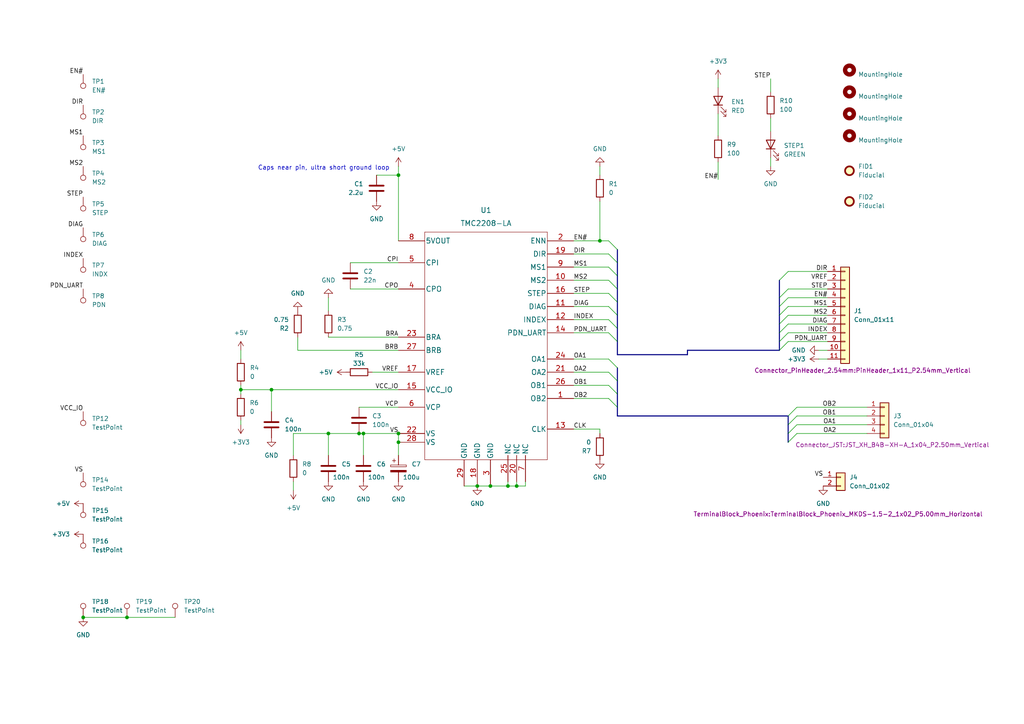
<source format=kicad_sch>
(kicad_sch (version 20231120) (generator "eeschema") (generator_version "8.0")
  (paper "A4")
  (lib_symbols
    (symbol "Connector:TestPoint" (pin_numbers hide) (pin_names (offset 0.762) hide)
      (property "Reference" "TP" (at 0 6.858 0))
      (property "Value" "TestPoint" (at 0 5.08 0))
      (symbol "TestPoint_0_1"
        (circle (center 0 3.302) (radius 0.762))
      )
      (symbol "TestPoint_1_1"
        (pin passive line (at 0 0 90) (length 2.54) (name "1") (number "1"))
      )
    )
    (symbol "Connector_Generic:Conn_01x02" (pin_names (offset 1.016) hide)
      (property "Reference" "J" (at 0 2.54 0))
      (property "Value" "Conn_01x02" (at 0 -5.08 0))
      (symbol "Conn_01x02_1_1"
        (rectangle (start -1.27 -2.413) (end 0 -2.667) (stroke (width 0.1524)))
        (rectangle (start -1.27 0.127) (end 0 -0.127) (stroke (width 0.1524)))
        (rectangle (start -1.27 1.27) (end 1.27 -3.81) (stroke (width 0.254)) (fill (type background)))
        (pin passive line (at -5.08 0 0) (length 3.81) (name "Pin_1") (number "1"))
        (pin passive line (at -5.08 -2.54 0) (length 3.81) (name "Pin_2") (number "2"))
      )
    )
    (symbol "Connector_Generic:Conn_01x04" (pin_names (offset 1.016) hide)
      (property "Reference" "J" (at 0 5.08 0))
      (property "Value" "Conn_01x04" (at 0 -7.62 0))
      (symbol "Conn_01x04_1_1"
        (rectangle (start -1.27 -4.953) (end 0 -5.207) (stroke (width 0.1524)))
        (rectangle (start -1.27 -2.413) (end 0 -2.667) (stroke (width 0.1524)))
        (rectangle (start -1.27 0.127) (end 0 -0.127) (stroke (width 0.1524)))
        (rectangle (start -1.27 2.667) (end 0 2.413) (stroke (width 0.1524)))
        (rectangle (start -1.27 3.81) (end 1.27 -6.35) (stroke (width 0.254)) (fill (type background)))
        (pin passive line (at -5.08 2.54 0) (length 3.81) (name "Pin_1") (number "1"))
        (pin passive line (at -5.08 0 0) (length 3.81) (name "Pin_2") (number "2"))
        (pin passive line (at -5.08 -2.54 0) (length 3.81) (name "Pin_3") (number "3"))
        (pin passive line (at -5.08 -5.08 0) (length 3.81) (name "Pin_4") (number "4"))
      )
    )
    (symbol "Connector_Generic:Conn_01x11" (pin_names (offset 1.016) hide)
      (property "Reference" "J" (at 0 15.24 0))
      (property "Value" "Conn_01x11" (at 0 -15.24 0))
      (symbol "Conn_01x11_1_1"
        (rectangle (start -1.27 -12.573) (end 0 -12.827) (stroke (width 0.1524)))
        (rectangle (start -1.27 -10.033) (end 0 -10.287) (stroke (width 0.1524)))
        (rectangle (start -1.27 -7.493) (end 0 -7.747) (stroke (width 0.1524)))
        (rectangle (start -1.27 -4.953) (end 0 -5.207) (stroke (width 0.1524)))
        (rectangle (start -1.27 -2.413) (end 0 -2.667) (stroke (width 0.1524)))
        (rectangle (start -1.27 0.127) (end 0 -0.127) (stroke (width 0.1524)))
        (rectangle (start -1.27 2.667) (end 0 2.413) (stroke (width 0.1524)))
        (rectangle (start -1.27 5.207) (end 0 4.953) (stroke (width 0.1524)))
        (rectangle (start -1.27 7.747) (end 0 7.493) (stroke (width 0.1524)))
        (rectangle (start -1.27 10.287) (end 0 10.033) (stroke (width 0.1524)))
        (rectangle (start -1.27 12.827) (end 0 12.573) (stroke (width 0.1524)))
        (rectangle (start -1.27 13.97) (end 1.27 -13.97) (stroke (width 0.254)) (fill (type background)))
        (pin passive line (at -5.08 12.7 0) (length 3.81) (name "Pin_1") (number "1"))
        (pin passive line (at -5.08 -10.16 0) (length 3.81) (name "Pin_10") (number "10"))
        (pin passive line (at -5.08 -12.7 0) (length 3.81) (name "Pin_11") (number "11"))
        (pin passive line (at -5.08 10.16 0) (length 3.81) (name "Pin_2") (number "2"))
        (pin passive line (at -5.08 7.62 0) (length 3.81) (name "Pin_3") (number "3"))
        (pin passive line (at -5.08 5.08 0) (length 3.81) (name "Pin_4") (number "4"))
        (pin passive line (at -5.08 2.54 0) (length 3.81) (name "Pin_5") (number "5"))
        (pin passive line (at -5.08 0 0) (length 3.81) (name "Pin_6") (number "6"))
        (pin passive line (at -5.08 -2.54 0) (length 3.81) (name "Pin_7") (number "7"))
        (pin passive line (at -5.08 -5.08 0) (length 3.81) (name "Pin_8") (number "8"))
        (pin passive line (at -5.08 -7.62 0) (length 3.81) (name "Pin_9") (number "9"))
      )
    )
    (symbol "Device:C" (pin_numbers hide) (pin_names (offset 0.254))
      (property "Reference" "C" (at 0.635 2.54 0))
      (property "Value" "C" (at 0.635 -2.54 0))
      (symbol "C_0_1"
        (polyline (pts (xy -2.032 -0.762) (xy 2.032 -0.762)) (stroke (width 0.508)))
        (polyline (pts (xy -2.032 0.762) (xy 2.032 0.762)) (stroke (width 0.508)))
      )
      (symbol "C_1_1"
        (pin passive line (at 0 3.81 270) (length 2.794) (name "~") (number "1"))
        (pin passive line (at 0 -3.81 90) (length 2.794) (name "~") (number "2"))
      )
    )
    (symbol "Device:C_Polarized" (pin_numbers hide) (pin_names (offset 0.254))
      (property "Reference" "C" (at 0.635 2.54 0))
      (property "Value" "C_Polarized" (at 0.635 -2.54 0))
      (symbol "C_Polarized_0_1"
        (rectangle (start -2.286 0.508) (end 2.286 1.016))
        (polyline (pts (xy -1.778 2.286) (xy -0.762 2.286)))
        (polyline (pts (xy -1.27 2.794) (xy -1.27 1.778)))
        (rectangle (start 2.286 -0.508) (end -2.286 -1.016) (fill (type outline)))
      )
      (symbol "C_Polarized_1_1"
        (pin passive line (at 0 3.81 270) (length 2.794) (name "~") (number "1"))
        (pin passive line (at 0 -3.81 90) (length 2.794) (name "~") (number "2"))
      )
    )
    (symbol "Device:LED" (pin_numbers hide) (pin_names (offset 1.016) hide)
      (property "Reference" "D" (at 0 2.54 0))
      (property "Value" "LED" (at 0 -2.54 0))
      (symbol "LED_0_1"
        (polyline (pts (xy -1.27 -1.27) (xy -1.27 1.27)) (stroke (width 0.254)))
        (polyline (pts (xy -1.27 0) (xy 1.27 0)))
        (polyline (pts (xy 1.27 -1.27) (xy 1.27 1.27) (xy -1.27 0) (xy 1.27 -1.27)) (stroke (width 0.254)))
        (polyline (pts (xy -3.048 -0.762) (xy -4.572 -2.286) (xy -3.81 -2.286) (xy -4.572 -2.286) (xy -4.572 -1.524)))
        (polyline (pts (xy -1.778 -0.762) (xy -3.302 -2.286) (xy -2.54 -2.286) (xy -3.302 -2.286) (xy -3.302 -1.524)))
      )
      (symbol "LED_1_1"
        (pin passive line (at -3.81 0 0) (length 2.54) (name "K") (number "1"))
        (pin passive line (at 3.81 0 180) (length 2.54) (name "A") (number "2"))
      )
    )
    (symbol "Device:R" (pin_numbers hide) (pin_names (offset 0))
      (property "Reference" "R" (at 2.032 0 90))
      (property "Value" "R" (at 0 0 90))
      (symbol "R_0_1"
        (rectangle (start -1.016 -2.54) (end 1.016 2.54) (stroke (width 0.254)))
      )
      (symbol "R_1_1"
        (pin passive line (at 0 3.81 270) (length 1.27) (name "~") (number "1"))
        (pin passive line (at 0 -3.81 90) (length 1.27) (name "~") (number "2"))
      )
    )
    (symbol "Mechanical:Fiducial"
      (property "Reference" "FID" (at 0 5.08 0))
      (property "Value" "Fiducial" (at 0 3.175 0))
      (symbol "Fiducial_0_1"
        (circle (center 0 0) (radius 1.27) (stroke (width 0.508)) (fill (type background)))
      )
    )
    (symbol "Mechanical:MountingHole" (pin_names (offset 1.016))
      (property "Reference" "H" (at 0 5.08 0))
      (property "Value" "MountingHole" (at 0 3.175 0))
      (symbol "MountingHole_0_1"
        (circle (center 0 0) (radius 1.27) (stroke (width 1.27)))
      )
    )
    (symbol "power:+3.3V" (power) (pin_names (offset 0))
      (property "Value" "+3.3V" (at 0 3.556 0))
      (symbol "+3.3V_0_1"
        (polyline (pts (xy -0.762 1.27) (xy 0 2.54)))
        (polyline (pts (xy 0 0) (xy 0 2.54)))
        (polyline (pts (xy 0 2.54) (xy 0.762 1.27)))
      )
      (symbol "+3.3V_1_1"
        (pin power_in line (at 0 0 90) (length 0) hide (name "+3V3") (number "1"))
      )
    )
    (symbol "power:+3V3" (power) (pin_names (offset 0))
      (property "Value" "+3V3" (at 0 3.556 0))
      (symbol "+3V3_0_1"
        (polyline (pts (xy -0.762 1.27) (xy 0 2.54)))
        (polyline (pts (xy 0 0) (xy 0 2.54)))
        (polyline (pts (xy 0 2.54) (xy 0.762 1.27)))
      )
      (symbol "+3V3_1_1"
        (pin power_in line (at 0 0 90) (length 0) hide (name "+3V3") (number "1"))
      )
    )
    (symbol "power:+5V" (power) (pin_names (offset 0))
      (property "Value" "+5V" (at 0 3.556 0))
      (symbol "+5V_0_1"
        (polyline (pts (xy -0.762 1.27) (xy 0 2.54)))
        (polyline (pts (xy 0 0) (xy 0 2.54)))
        (polyline (pts (xy 0 2.54) (xy 0.762 1.27)))
      )
      (symbol "+5V_1_1"
        (pin power_in line (at 0 0 90) (length 0) hide (name "+5V") (number "1"))
      )
    )
    (symbol "power:GND" (power) (pin_names (offset 0))
      (property "Value" "GND" (at 0 -3.81 0))
      (symbol "GND_0_1"
        (polyline (pts (xy 0 0) (xy 0 -1.27) (xy 1.27 -1.27) (xy 0 -2.54) (xy -1.27 -1.27) (xy 0 -1.27)))
      )
      (symbol "GND_1_1"
        (pin power_in line (at 0 0 270) (length 0) hide (name "GND") (number "1"))
      )
    )
    (symbol "tmc2208-la:TMC2208-LA" (pin_names (offset 0.254))
      (property "Reference" "U" (at 25.4 10.16 0))
      (property "Value" "TMC2208-LA" (at 25.4 7.62 0))
      (symbol "TMC2208-LA_1_1"
        (polyline (pts (xy 7.62 -60.96) (xy 43.18 -60.96)) (stroke (width 0.127)))
        (polyline (pts (xy 7.62 5.08) (xy 7.62 -60.96)) (stroke (width 0.127)))
        (polyline (pts (xy 43.18 -60.96) (xy 43.18 5.08)) (stroke (width 0.127)))
        (polyline (pts (xy 43.18 5.08) (xy 7.62 5.08)) (stroke (width 0.127)))
        (pin output line (at 50.8 -43.18 180) (length 7.62) (name "OB2") (number "1"))
        (pin input line (at 50.8 -8.89 180) (length 7.62) (name "MS2") (number "10"))
        (pin output line (at 50.8 -16.51 180) (length 7.62) (name "DIAG") (number "11"))
        (pin output line (at 50.8 -20.32 180) (length 7.62) (name "INDEX") (number "12"))
        (pin input line (at 50.8 -52.07 180) (length 7.62) (name "CLK") (number "13"))
        (pin bidirectional line (at 50.8 -24.13 180) (length 7.62) (name "PDN_UART") (number "14"))
        (pin power_in line (at 0 -40.64 0) (length 7.62) (name "VCC_IO") (number "15"))
        (pin input line (at 50.8 -12.7 180) (length 7.62) (name "STEP") (number "16"))
        (pin input line (at 0 -35.56 0) (length 7.62) (name "VREF") (number "17"))
        (pin power_in line (at 22.86 -68.58 90) (length 7.62) (name "GND") (number "18"))
        (pin input line (at 50.8 -1.27 180) (length 7.62) (name "DIR") (number "19"))
        (pin input line (at 50.8 2.54 180) (length 7.62) (name "ENN") (number "2"))
        (pin power_in line (at 34.29 -67.31 90) (length 7.62) (name "NC") (number "20"))
        (pin output line (at 50.8 -35.56 180) (length 7.62) (name "OA2") (number "21"))
        (pin power_in line (at 0 -53.34 0) (length 7.62) (name "VS") (number "22"))
        (pin unspecified line (at 0 -25.4 0) (length 7.62) (name "BRA") (number "23"))
        (pin output line (at 50.8 -31.75 180) (length 7.62) (name "OA1") (number "24"))
        (pin power_in line (at 31.75 -67.31 90) (length 7.62) (name "NC") (number "25"))
        (pin output line (at 50.8 -39.37 180) (length 7.62) (name "OB1") (number "26"))
        (pin unspecified line (at 0 -29.21 0) (length 7.62) (name "BRB") (number "27"))
        (pin power_in line (at 0 -55.88 0) (length 7.62) (name "VS") (number "28"))
        (pin power_in line (at 19.05 -68.58 90) (length 7.62) (name "GND") (number "29"))
        (pin power_in line (at 26.67 -68.58 90) (length 7.62) (name "GND") (number "3"))
        (pin output line (at 0 -11.43 0) (length 7.62) (name "CPO") (number "4"))
        (pin input line (at 0 -3.81 0) (length 7.62) (name "CPI") (number "5"))
        (pin power_in line (at 0 -45.72 0) (length 7.62) (name "VCP") (number "6"))
        (pin power_in line (at 36.83 -67.31 90) (length 7.62) (name "NC") (number "7"))
        (pin output line (at 0 2.54 0) (length 7.62) (name "5VOUT") (number "8"))
        (pin input line (at 50.8 -5.08 180) (length 7.62) (name "MS1") (number "9"))
      )
    )
  )
  (junction (at 24.13 179.07))
  (junction (at 104.14 125.73))
  (junction (at 115.57 128.27))
  (junction (at 142.24 140.97))
  (junction (at 138.43 140.97))
  (junction (at 36.83 179.07))
  (junction (at 149.86 140.97))
  (junction (at 115.57 125.73))
  (junction (at 115.57 50.8))
  (junction (at 95.25 125.73))
  (junction (at 105.41 125.73))
  (junction (at 173.99 69.85))
  (junction (at 78.74 113.03))
  (junction (at 147.32 140.97))
  (junction (at 69.85 113.03))
  (bus_entry (at 231.14 125.73) (size -2.54 2.54))
  (bus_entry (at 231.14 123.19) (size -2.54 2.54))
  (bus_entry (at 231.14 120.65) (size -2.54 2.54))
  (bus_entry (at 176.53 96.52) (size 2.54 2.54))
  (bus_entry (at 228.6 96.52) (size -2.54 2.54))
  (bus_entry (at 228.6 91.44) (size -2.54 2.54))
  (bus_entry (at 228.6 88.9) (size -2.54 2.54))
  (bus_entry (at 228.6 86.36) (size -2.54 2.54))
  (bus_entry (at 228.6 83.82) (size -2.54 2.54))
  (bus_entry (at 228.6 93.98) (size -2.54 2.54))
  (bus_entry (at 228.6 99.06) (size -2.54 2.54))
  (bus_entry (at 176.53 73.66) (size 2.54 2.54))
  (bus_entry (at 228.6 78.74) (size -2.54 2.54))
  (bus_entry (at 176.53 92.71) (size 2.54 2.54))
  (bus_entry (at 176.53 88.9) (size 2.54 2.54))
  (bus_entry (at 176.53 81.28) (size 2.54 2.54))
  (bus_entry (at 176.53 85.09) (size 2.54 2.54))
  (bus_entry (at 176.53 77.47) (size 2.54 2.54))
  (bus_entry (at 176.53 115.57) (size 2.54 2.54))
  (bus_entry (at 176.53 104.14) (size 2.54 2.54))
  (bus_entry (at 176.53 111.76) (size 2.54 2.54))
  (bus_entry (at 176.53 107.95) (size 2.54 2.54))
  (bus_entry (at 176.53 69.85) (size 2.54 2.54))
  (bus_entry (at 231.14 118.11) (size -2.54 2.54))
  (bus (pts (xy 228.6 123.19) (xy 228.6 125.73)))
  (wire (pts (xy 78.74 113.03) (xy 115.57 113.03)))
  (wire (pts (xy 166.37 104.14) (xy 176.53 104.14)))
  (wire (pts (xy 166.37 77.47) (xy 176.53 77.47)))
  (wire (pts (xy 147.32 140.97) (xy 142.24 140.97)))
  (bus (pts (xy 179.07 114.3) (xy 179.07 118.11)))
  (wire (pts (xy 173.99 48.26) (xy 173.99 50.8)))
  (bus (pts (xy 179.07 80.01) (xy 179.07 83.82)))
  (bus (pts (xy 179.07 102.87) (xy 199.39 102.87)))
  (bus (pts (xy 228.6 125.73) (xy 228.6 128.27)))
  (wire (pts (xy 36.83 179.07) (xy 50.8 179.07)))
  (wire (pts (xy 107.95 107.95) (xy 115.57 107.95)))
  (wire (pts (xy 228.6 91.44) (xy 240.03 91.44)))
  (wire (pts (xy 85.09 142.24) (xy 85.09 139.7)))
  (wire (pts (xy 166.37 69.85) (xy 173.99 69.85)))
  (wire (pts (xy 105.41 125.73) (xy 105.41 132.08)))
  (wire (pts (xy 166.37 88.9) (xy 176.53 88.9)))
  (wire (pts (xy 231.14 118.11) (xy 251.46 118.11)))
  (bus (pts (xy 179.07 110.49) (xy 179.07 114.3)))
  (wire (pts (xy 223.52 22.86) (xy 223.52 26.67)))
  (bus (pts (xy 179.07 76.2) (xy 179.07 80.01)))
  (wire (pts (xy 152.4 139.7) (xy 152.4 140.97)))
  (wire (pts (xy 138.43 140.97) (xy 142.24 140.97)))
  (bus (pts (xy 179.07 91.44) (xy 179.07 95.25)))
  (wire (pts (xy 69.85 101.6) (xy 69.85 104.14)))
  (bus (pts (xy 199.39 101.6) (xy 226.06 101.6)))
  (wire (pts (xy 231.14 125.73) (xy 251.46 125.73)))
  (wire (pts (xy 231.14 120.65) (xy 251.46 120.65)))
  (wire (pts (xy 95.25 86.36) (xy 95.25 90.17)))
  (wire (pts (xy 228.6 83.82) (xy 240.03 83.82)))
  (wire (pts (xy 115.57 50.8) (xy 115.57 69.85)))
  (wire (pts (xy 237.49 104.14) (xy 240.03 104.14)))
  (bus (pts (xy 226.06 99.06) (xy 226.06 101.6)))
  (wire (pts (xy 115.57 48.26) (xy 115.57 50.8)))
  (wire (pts (xy 166.37 73.66) (xy 176.53 73.66)))
  (bus (pts (xy 226.06 81.28) (xy 226.06 86.36)))
  (bus (pts (xy 179.07 99.06) (xy 179.07 102.87)))
  (wire (pts (xy 78.74 113.03) (xy 78.74 119.38)))
  (bus (pts (xy 179.07 83.82) (xy 179.07 87.63)))
  (wire (pts (xy 69.85 111.76) (xy 69.85 113.03)))
  (wire (pts (xy 86.36 101.6) (xy 86.36 97.79)))
  (wire (pts (xy 166.37 85.09) (xy 176.53 85.09)))
  (wire (pts (xy 115.57 76.2) (xy 101.6 76.2)))
  (bus (pts (xy 226.06 86.36) (xy 226.06 88.9)))
  (wire (pts (xy 223.52 45.72) (xy 223.52 48.26)))
  (wire (pts (xy 223.52 34.29) (xy 223.52 38.1)))
  (wire (pts (xy 104.14 125.73) (xy 105.41 125.73)))
  (wire (pts (xy 149.86 140.97) (xy 152.4 140.97)))
  (wire (pts (xy 149.86 139.7) (xy 149.86 140.97)))
  (wire (pts (xy 36.83 179.07) (xy 24.13 179.07)))
  (wire (pts (xy 69.85 114.3) (xy 69.85 113.03)))
  (wire (pts (xy 95.25 125.73) (xy 95.25 132.08)))
  (wire (pts (xy 85.09 125.73) (xy 85.09 132.08)))
  (wire (pts (xy 134.62 140.97) (xy 138.43 140.97)))
  (wire (pts (xy 173.99 69.85) (xy 176.53 69.85)))
  (wire (pts (xy 95.25 125.73) (xy 85.09 125.73)))
  (wire (pts (xy 115.57 125.73) (xy 115.57 128.27)))
  (wire (pts (xy 86.36 101.6) (xy 115.57 101.6)))
  (bus (pts (xy 179.07 87.63) (xy 179.07 91.44)))
  (wire (pts (xy 166.37 96.52) (xy 176.53 96.52)))
  (wire (pts (xy 228.6 86.36) (xy 240.03 86.36)))
  (wire (pts (xy 166.37 111.76) (xy 176.53 111.76)))
  (bus (pts (xy 226.06 91.44) (xy 226.06 93.98)))
  (wire (pts (xy 104.14 118.11) (xy 115.57 118.11)))
  (wire (pts (xy 115.57 50.8) (xy 109.22 50.8)))
  (wire (pts (xy 228.6 99.06) (xy 240.03 99.06)))
  (wire (pts (xy 166.37 115.57) (xy 176.53 115.57)))
  (bus (pts (xy 179.07 118.11) (xy 179.07 120.65)))
  (wire (pts (xy 166.37 81.28) (xy 176.53 81.28)))
  (wire (pts (xy 228.6 93.98) (xy 240.03 93.98)))
  (wire (pts (xy 208.28 46.99) (xy 208.28 52.07)))
  (wire (pts (xy 166.37 107.95) (xy 176.53 107.95)))
  (wire (pts (xy 228.6 78.74) (xy 240.03 78.74)))
  (wire (pts (xy 208.28 33.02) (xy 208.28 39.37)))
  (wire (pts (xy 147.32 139.7) (xy 147.32 140.97)))
  (bus (pts (xy 179.07 95.25) (xy 179.07 99.06)))
  (wire (pts (xy 104.14 125.73) (xy 95.25 125.73)))
  (wire (pts (xy 173.99 58.42) (xy 173.99 69.85)))
  (wire (pts (xy 69.85 113.03) (xy 78.74 113.03)))
  (bus (pts (xy 179.07 106.68) (xy 179.07 110.49)))
  (wire (pts (xy 101.6 83.82) (xy 115.57 83.82)))
  (wire (pts (xy 173.99 124.46) (xy 173.99 125.73)))
  (bus (pts (xy 179.07 72.39) (xy 179.07 76.2)))
  (wire (pts (xy 228.6 96.52) (xy 240.03 96.52)))
  (bus (pts (xy 226.06 96.52) (xy 226.06 99.06)))
  (wire (pts (xy 237.49 101.6) (xy 240.03 101.6)))
  (wire (pts (xy 115.57 128.27) (xy 115.57 132.08)))
  (bus (pts (xy 179.07 120.65) (xy 228.6 120.65)))
  (wire (pts (xy 208.28 22.86) (xy 208.28 25.4)))
  (wire (pts (xy 149.86 140.97) (xy 147.32 140.97)))
  (wire (pts (xy 173.99 124.46) (xy 166.37 124.46)))
  (bus (pts (xy 226.06 93.98) (xy 226.06 96.52)))
  (wire (pts (xy 228.6 88.9) (xy 240.03 88.9)))
  (wire (pts (xy 166.37 92.71) (xy 176.53 92.71)))
  (wire (pts (xy 231.14 123.19) (xy 251.46 123.19)))
  (bus (pts (xy 228.6 120.65) (xy 228.6 123.19)))
  (wire (pts (xy 95.25 97.79) (xy 115.57 97.79)))
  (bus (pts (xy 226.06 88.9) (xy 226.06 91.44)))
  (wire (pts (xy 105.41 125.73) (xy 115.57 125.73)))
  (wire (pts (xy 69.85 121.92) (xy 69.85 123.19)))
  (bus (pts (xy 199.39 101.6) (xy 199.39 102.87)))
  (text "Caps near pin, ultra short ground loop\n" (at 113.03 49.53 0) (effects (font (size 1.27 1.27)) (justify right bottom)))
  (label "MS2" (at 24.13 48.26 180))
  (label "DIR" (at 240.03 78.74 180))
  (label "CLK" (at 166.37 124.46 0))
  (label "INDEX" (at 24.13 74.93 180))
  (label "OB2" (at 242.57 118.11 180))
  (label "OB1" (at 242.57 120.65 180))
  (label "INDEX" (at 240.03 96.52 180))
  (label "VCP" (at 115.57 118.11 180))
  (label "DIR" (at 166.37 73.66 0))
  (label "VCC_IO" (at 24.13 119.38 180))
  (label "OA2" (at 166.37 107.95 0))
  (label "VS" (at 115.57 125.73 180))
  (label "STEP" (at 240.03 83.82 180))
  (label "PDN_UART" (at 166.37 96.52 0))
  (label "MS1" (at 166.37 77.47 0))
  (label "DIR" (at 24.13 30.48 180))
  (label "EN#" (at 166.37 69.85 0))
  (label "STEP" (at 24.13 57.15 180))
  (label "INDEX" (at 166.37 92.71 0))
  (label "PDN_UART" (at 240.03 99.06 180))
  (label "OA1" (at 242.57 123.19 180))
  (label "MS2" (at 166.37 81.28 0))
  (label "STEP" (at 166.37 85.09 0))
  (label "OA2" (at 242.57 125.73 180))
  (label "DIAG" (at 166.37 88.9 0))
  (label "MS2" (at 240.03 91.44 180))
  (label "MS1" (at 24.13 39.37 180))
  (label "BRA" (at 115.57 97.79 180))
  (label "VREF" (at 240.03 81.28 180))
  (label "CPO" (at 115.57 83.82 180))
  (label "BRB" (at 115.57 101.6 180))
  (label "VS" (at 238.76 138.43 180))
  (label "MS1" (at 240.03 88.9 180))
  (label "OA1" (at 166.37 104.14 0))
  (label "EN#" (at 208.28 52.07 180))
  (label "OB1" (at 166.37 111.76 0))
  (label "EN#" (at 24.13 21.59 180))
  (label "OB2" (at 166.37 115.57 0))
  (label "VREF" (at 115.57 107.95 180))
  (label "CPI" (at 115.57 76.2 180))
  (label "VCC_IO" (at 115.57 113.03 180))
  (label "EN#" (at 240.03 86.36 180))
  (label "STEP" (at 223.52 22.86 180))
  (label "DIAG" (at 240.03 93.98 180))
  (label "PDN_UART" (at 24.13 83.82 180))
  (label "DIAG" (at 24.13 66.04 180))
  (label "VS" (at 24.13 137.16 180))
  (symbol (lib_id "Device:R") (at 69.85 118.11 0) (unit 1)
    (property "Reference" "R6" (at 72.39 116.8399 0) (effects (justify left)))
    (property "Value" "0" (at 72.39 119.3799 0) (effects (justify left)))
    (property "Footprint" "Resistor_SMD:R_0603_1608Metric_Pad0.98x0.95mm_HandSolder" (effects (hide yes)))
    (property "LCSC" "C100044" (effects (hide yes)))
  )
  (symbol (lib_id "power:GND") (at 86.36 90.17 180) (unit 1)
    (property "Reference" "#PWR05" (effects (hide yes)))
    (property "Value" "GND" (at 86.36 85.09 0))
  )
  (symbol (lib_id "power:GND") (at 105.41 139.7 0) (unit 1)
    (property "Reference" "#PWR015" (effects (hide yes)))
    (property "Value" "GND" (at 105.41 144.78 0))
  )
  (symbol (lib_id "power:+5V") (at 100.33 107.95 90) (unit 1)
    (property "Reference" "#PWR07" (effects (hide yes)))
    (property "Value" "+5V" (at 96.52 107.9499 90) (effects (justify left)))
  )
  (symbol (lib_id "Device:LED") (at 208.28 29.21 90) (unit 1)
    (property "Reference" "EN1" (at 212.09 29.5274 90) (effects (justify right)))
    (property "Value" "RED" (at 212.09 32.0674 90) (effects (justify right)))
    (property "Footprint" "LED_SMD:LED_1206_3216Metric_Pad1.42x1.75mm_HandSolder" (effects (hide yes)))
  )
  (symbol (lib_id "Device:R") (at 208.28 43.18 0) (unit 1)
    (property "Reference" "R9" (at 210.82 41.9099 0) (effects (justify left)))
    (property "Value" "100" (at 210.82 44.4499 0) (effects (justify left)))
    (property "Footprint" "Resistor_SMD:R_0603_1608Metric_Pad0.98x0.95mm_HandSolder" (effects (hide yes)))
  )
  (symbol (lib_id "Connector:TestPoint") (at 36.83 179.07 0) (unit 1) (in_bom no)
    (property "Reference" "TP19" (at 39.37 174.4979 0) (effects (justify left)))
    (property "Value" "TestPoint" (at 39.37 177.0379 0) (effects (justify left)))
    (property "Footprint" "TestPoint:TestPoint_THTPad_1.0x1.0mm_Drill0.5mm" (effects (hide yes)))
  )
  (symbol (lib_id "power:GND") (at 223.52 48.26 0) (unit 1)
    (property "Reference" "#PWR0102" (effects (hide yes)))
    (property "Value" "GND" (at 223.52 53.34 0))
  )
  (symbol (lib_id "power:GND") (at 95.25 139.7 0) (unit 1)
    (property "Reference" "#PWR014" (effects (hide yes)))
    (property "Value" "GND" (at 95.25 144.78 0))
  )
  (symbol (lib_id "Connector_Generic:Conn_01x11") (at 245.11 91.44 0) (unit 1)
    (property "Reference" "J1" (at 247.65 90.1699 0) (effects (justify left)))
    (property "Value" "Conn_01x11" (at 247.65 92.7099 0) (effects (justify left)))
    (property "Footprint" "Connector_PinHeader_2.54mm:PinHeader_1x11_P2.54mm_Vertical" (at 250.19 107.442 0))
    (property "LCSC" "C429959" (effects (hide yes)))
  )
  (symbol (lib_id "power:GND") (at 238.76 140.97 0) (unit 1)
    (property "Reference" "#PWR013" (effects (hide yes)))
    (property "Value" "GND" (at 238.76 146.05 0))
  )
  (symbol (lib_id "power:GND") (at 173.99 48.26 180) (unit 1)
    (property "Reference" "#PWR02" (effects (hide yes)))
    (property "Value" "GND" (at 173.99 43.18 0))
  )
  (symbol (lib_id "power:+5V") (at 69.85 101.6 0) (unit 1)
    (property "Reference" "#PWR06" (effects (hide yes)))
    (property "Value" "+5V" (at 69.85 96.52 0))
  )
  (symbol (lib_id "Connector_Generic:Conn_01x02") (at 243.84 138.43 0) (unit 1)
    (property "Reference" "J4" (at 246.38 138.4299 0) (effects (justify left)))
    (property "Value" "Conn_01x02" (at 246.38 140.9699 0) (effects (justify left)))
    (property "Footprint" "TerminalBlock_Phoenix:TerminalBlock_Phoenix_MKDS-1,5-2_1x02_P5.00mm_Horizontal" (at 243.078 149.098 0))
    (property "LCSC" "C8404" (effects (hide yes)))
  )
  (symbol (lib_id "power:+3V3") (at 237.49 104.14 90) (unit 1)
    (property "Reference" "#PWR09" (effects (hide yes)))
    (property "Value" "+3V3" (at 233.68 104.1399 90) (effects (justify left)))
  )
  (symbol (lib_id "Device:R") (at 104.14 107.95 90) (unit 1)
    (property "Reference" "R5" (at 104.14 102.87 90))
    (property "Value" "33k" (at 104.14 105.41 90))
    (property "Footprint" "Resistor_SMD:R_0603_1608Metric_Pad0.98x0.95mm_HandSolder" (effects (hide yes)))
    (property "LCSC" "C25593" (effects (hide yes)))
  )
  (symbol (lib_id "power:+3.3V") (at 69.85 123.19 180) (unit 1)
    (property "Reference" "#PWR010" (effects (hide yes)))
    (property "Value" "+3V3" (at 69.85 128.27 0))
  )
  (symbol (lib_id "Mechanical:MountingHole") (at 246.38 20.32 0) (unit 1) (in_bom no)
    (property "Reference" "H1" (effects (hide yes)))
    (property "Value" "MountingHole" (at 248.92 21.5899 0) (effects (justify left)))
    (property "Footprint" "MountingHole:MountingHole_2.2mm_M2" (effects (hide yes)))
  )
  (symbol (lib_id "power:GND") (at 95.25 86.36 180) (unit 1)
    (property "Reference" "#PWR04" (effects (hide yes)))
    (property "Value" "GND" (at 95.25 81.28 0))
  )
  (symbol (lib_id "Connector:TestPoint") (at 24.13 154.94 180) (unit 1) (in_bom no)
    (property "Reference" "TP16" (at 26.67 156.9719 0) (effects (justify right)))
    (property "Value" "TestPoint" (at 26.67 159.5119 0) (effects (justify right)))
    (property "Footprint" "TestPoint:TestPoint_THTPad_D1.0mm_Drill0.5mm" (effects (hide yes)))
  )
  (symbol (lib_id "Device:R") (at 86.36 93.98 180) (unit 1)
    (property "Reference" "R2" (at 83.82 95.2501 0) (effects (justify left)))
    (property "Value" "0.75" (at 83.82 92.7101 0) (effects (justify left)))
    (property "Footprint" "Resistor_SMD:R_0603_1608Metric_Pad0.98x0.95mm_HandSolder" (effects (hide yes)))
    (property "LCSC" "C175689" (effects (hide yes)))
  )
  (symbol (lib_id "Connector:TestPoint") (at 24.13 57.15 180) (unit 1) (in_bom no)
    (property "Reference" "TP5" (at 26.67 59.1819 0) (effects (justify right)))
    (property "Value" "STEP" (at 26.67 61.7219 0) (effects (justify right)))
    (property "Footprint" "TestPoint:TestPoint_THTPad_D1.0mm_Drill0.5mm" (effects (hide yes)))
  )
  (symbol (lib_id "Connector:TestPoint") (at 24.13 137.16 180) (unit 1) (in_bom no)
    (property "Reference" "TP14" (at 26.67 139.1919 0) (effects (justify right)))
    (property "Value" "TestPoint" (at 26.67 141.7319 0) (effects (justify right)))
    (property "Footprint" "TestPoint:TestPoint_THTPad_D1.0mm_Drill0.5mm" (effects (hide yes)))
  )
  (symbol (lib_id "Device:C") (at 104.14 121.92 0) (unit 1)
    (property "Reference" "C3" (at 107.95 120.6499 0) (effects (justify left)))
    (property "Value" "100n" (at 107.95 123.1899 0) (effects (justify left)))
    (property "Footprint" "Capacitor_SMD:C_0603_1608Metric_Pad1.08x0.95mm_HandSolder" (effects (hide yes)))
    (property "LCSC" "C1591" (effects (hide yes)))
  )
  (symbol (lib_id "power:+5V") (at 24.13 146.05 90) (unit 1)
    (property "Reference" "#PWR019" (effects (hide yes)))
    (property "Value" "+5V" (at 20.32 146.0499 90) (effects (justify left)))
  )
  (symbol (lib_id "Connector:TestPoint") (at 24.13 119.38 180) (unit 1) (in_bom no)
    (property "Reference" "TP12" (at 26.67 121.4119 0) (effects (justify right)))
    (property "Value" "TestPoint" (at 26.67 123.9519 0) (effects (justify right)))
    (property "Footprint" "TestPoint:TestPoint_THTPad_D1.0mm_Drill0.5mm" (effects (hide yes)))
  )
  (symbol (lib_id "power:GND") (at 24.13 179.07 0) (unit 1)
    (property "Reference" "#PWR022" (effects (hide yes)))
    (property "Value" "GND" (at 24.13 184.15 0))
  )
  (symbol (lib_id "Connector:TestPoint") (at 24.13 30.48 180) (unit 1) (in_bom no)
    (property "Reference" "TP2" (at 26.67 32.5119 0) (effects (justify right)))
    (property "Value" "DIR" (at 26.67 35.0519 0) (effects (justify right)))
    (property "Footprint" "TestPoint:TestPoint_THTPad_D1.0mm_Drill0.5mm" (effects (hide yes)))
  )
  (symbol (lib_id "Connector_Generic:Conn_01x04") (at 256.54 120.65 0) (unit 1)
    (property "Reference" "J3" (at 259.08 120.6499 0) (effects (justify left)))
    (property "Value" "Conn_01x04" (at 259.08 123.1899 0) (effects (justify left)))
    (property "Footprint" "Connector_JST:JST_XH_B4B-XH-A_1x04_P2.50mm_Vertical" (at 258.826 129.032 0))
    (property "LCSC" "C144395" (effects (hide yes)))
  )
  (symbol (lib_id "Device:R") (at 95.25 93.98 0) (unit 1)
    (property "Reference" "R3" (at 97.79 92.7099 0) (effects (justify left)))
    (property "Value" "0.75" (at 97.79 95.2499 0) (effects (justify left)))
    (property "Footprint" "Resistor_SMD:R_0603_1608Metric_Pad0.98x0.95mm_HandSolder" (effects (hide yes)))
    (property "LCSC" "C175689" (effects (hide yes)))
  )
  (symbol (lib_id "power:GND") (at 173.99 133.35 0) (unit 1)
    (property "Reference" "#PWR012" (effects (hide yes)))
    (property "Value" "GND" (at 173.99 138.43 0))
  )
  (symbol (lib_id "power:GND") (at 78.74 127 0) (unit 1)
    (property "Reference" "#PWR011" (effects (hide yes)))
    (property "Value" "GND" (at 78.74 132.08 0))
  )
  (symbol (lib_id "Mechanical:MountingHole") (at 246.38 33.02 0) (unit 1) (in_bom no)
    (property "Reference" "H3" (effects (hide yes)))
    (property "Value" "MountingHole" (at 248.92 34.2899 0) (effects (justify left)))
    (property "Footprint" "MountingHole:MountingHole_2.2mm_M2" (effects (hide yes)))
  )
  (symbol (lib_id "power:GND") (at 138.43 140.97 0) (unit 1)
    (property "Reference" "#PWR017" (effects (hide yes)))
    (property "Value" "GND" (at 138.43 146.05 0))
  )
  (symbol (lib_id "power:GND") (at 109.22 58.42 0) (mirror y) (unit 1)
    (property "Reference" "#PWR03" (effects (hide yes)))
    (property "Value" "GND" (at 109.22 63.5 0))
  )
  (symbol (lib_id "power:GND") (at 115.57 139.7 0) (unit 1)
    (property "Reference" "#PWR016" (effects (hide yes)))
    (property "Value" "GND" (at 115.57 144.78 0))
  )
  (symbol (lib_id "Device:C") (at 78.74 123.19 0) (unit 1)
    (property "Reference" "C4" (at 82.55 121.9199 0) (effects (justify left)))
    (property "Value" "100n" (at 82.55 124.4599 0) (effects (justify left)))
    (property "Footprint" "Capacitor_SMD:C_0603_1608Metric_Pad1.08x0.95mm_HandSolder" (effects (hide yes)))
    (property "LCSC" "C1591" (effects (hide yes)))
  )
  (symbol (lib_id "Connector:TestPoint") (at 24.13 48.26 180) (unit 1) (in_bom no)
    (property "Reference" "TP4" (at 26.67 50.2919 0) (effects (justify right)))
    (property "Value" "MS2" (at 26.67 52.8319 0) (effects (justify right)))
    (property "Footprint" "TestPoint:TestPoint_THTPad_D1.0mm_Drill0.5mm" (effects (hide yes)))
  )
  (symbol (lib_id "Device:C_Polarized") (at 115.57 135.89 0) (unit 1)
    (property "Reference" "C7" (at 119.38 134.62 0) (effects (justify left)))
    (property "Value" "100u" (at 116.84 138.43 0) (effects (justify left)))
    (property "Footprint" "Capacitor_SMD:CP_Elec_6.3x5.4" (effects (hide yes)))
    (property "LCSC" "C129250" (effects (hide yes)))
  )
  (symbol (lib_id "power:+5V") (at 85.09 142.24 180) (unit 1)
    (property "Reference" "#PWR018" (effects (hide yes)))
    (property "Value" "+5V" (at 85.09 147.32 0))
  )
  (symbol (lib_id "power:GND") (at 237.49 101.6 270) (unit 1)
    (property "Reference" "#PWR08" (effects (hide yes)))
    (property "Value" "GND" (at 233.68 101.5999 90) (effects (justify right)))
  )
  (symbol (lib_id "Device:C") (at 95.25 135.89 0) (unit 1)
    (property "Reference" "C5" (at 99.06 134.6199 0) (effects (justify left)))
    (property "Value" "100n" (at 96.52 138.43 0) (effects (justify left)))
    (property "Footprint" "Capacitor_SMD:C_0603_1608Metric_Pad1.08x0.95mm_HandSolder" (effects (hide yes)))
    (property "LCSC" "C1591" (effects (hide yes)))
  )
  (symbol (lib_id "power:+3.3V") (at 24.13 154.94 90) (unit 1)
    (property "Reference" "#PWR020" (effects (hide yes)))
    (property "Value" "+3V3" (at 20.32 154.9399 90) (effects (justify left)))
  )
  (symbol (lib_id "Connector:TestPoint") (at 24.13 66.04 180) (unit 1) (in_bom no)
    (property "Reference" "TP6" (at 26.67 68.0719 0) (effects (justify right)))
    (property "Value" "DIAG" (at 26.67 70.6119 0) (effects (justify right)))
    (property "Footprint" "TestPoint:TestPoint_THTPad_D1.0mm_Drill0.5mm" (effects (hide yes)))
  )
  (symbol (lib_id "Device:R") (at 85.09 135.89 0) (unit 1)
    (property "Reference" "R8" (at 87.63 134.6199 0) (effects (justify left)))
    (property "Value" "0" (at 87.63 137.1599 0) (effects (justify left)))
    (property "Footprint" "Resistor_SMD:R_0603_1608Metric_Pad0.98x0.95mm_HandSolder" (effects (hide yes)))
    (property "LCSC" "C100044" (effects (hide yes)))
  )
  (symbol (lib_id "Connector:TestPoint") (at 24.13 39.37 180) (unit 1) (in_bom no)
    (property "Reference" "TP3" (at 26.67 41.4019 0) (effects (justify right)))
    (property "Value" "MS1" (at 26.67 43.9419 0) (effects (justify right)))
    (property "Footprint" "TestPoint:TestPoint_THTPad_D1.0mm_Drill0.5mm" (effects (hide yes)))
  )
  (symbol (lib_id "power:+3.3V") (at 208.28 22.86 0) (unit 1)
    (property "Reference" "#PWR0101" (effects (hide yes)))
    (property "Value" "+3V3" (at 208.28 17.78 0))
  )
  (symbol (lib_id "Device:C") (at 109.22 54.61 0) (mirror y) (unit 1)
    (property "Reference" "C1" (at 105.41 53.3399 0) (effects (justify left)))
    (property "Value" "2.2u" (at 105.41 55.8799 0) (effects (justify left)))
    (property "Footprint" "Capacitor_SMD:C_0603_1608Metric_Pad1.08x0.95mm_HandSolder" (effects (hide yes)))
    (property "LCSC" "C23630" (effects (hide yes)))
  )
  (symbol (lib_id "Mechanical:MountingHole") (at 246.38 39.37 0) (mirror y) (unit 1) (in_bom no)
    (property "Reference" "H4" (effects (hide yes)))
    (property "Value" "MountingHole" (at 248.92 40.6399 0) (effects (justify right)))
    (property "Footprint" "MountingHole:MountingHole_2.2mm_M2" (effects (hide yes)))
  )
  (symbol (lib_id "Device:R") (at 223.52 30.48 0) (unit 1)
    (property "Reference" "R10" (at 226.06 29.2099 0) (effects (justify left)))
    (property "Value" "100" (at 226.06 31.7499 0) (effects (justify left)))
    (property "Footprint" "Resistor_SMD:R_0603_1608Metric_Pad0.98x0.95mm_HandSolder" (effects (hide yes)))
  )
  (symbol (lib_id "Mechanical:Fiducial") (at 246.38 49.53 0) (unit 1) (in_bom no)
    (property "Reference" "FID1" (at 248.92 48.2599 0) (effects (justify left)))
    (property "Value" "Fiducial" (at 248.92 50.7999 0) (effects (justify left)))
    (property "Footprint" "Fiducial:Fiducial_0.5mm_Mask1.5mm" (effects (hide yes)))
  )
  (symbol (lib_id "Connector:TestPoint") (at 24.13 83.82 180) (unit 1) (in_bom no)
    (property "Reference" "TP8" (at 26.67 85.8519 0) (effects (justify right)))
    (property "Value" "PDN" (at 26.67 88.3919 0) (effects (justify right)))
    (property "Footprint" "TestPoint:TestPoint_THTPad_D1.0mm_Drill0.5mm" (effects (hide yes)))
  )
  (symbol (lib_id "Connector:TestPoint") (at 24.13 179.07 0) (unit 1) (in_bom no)
    (property "Reference" "TP18" (at 26.67 174.4979 0) (effects (justify left)))
    (property "Value" "TestPoint" (at 26.67 177.0379 0) (effects (justify left)))
    (property "Footprint" "TestPoint:TestPoint_THTPad_1.0x1.0mm_Drill0.5mm" (effects (hide yes)))
  )
  (symbol (lib_id "Device:R") (at 173.99 129.54 180) (unit 1)
    (property "Reference" "R7" (at 171.45 130.8101 0) (effects (justify left)))
    (property "Value" "0" (at 171.45 128.2701 0) (effects (justify left)))
    (property "Footprint" "Resistor_SMD:R_0603_1608Metric_Pad0.98x0.95mm_HandSolder" (effects (hide yes)))
    (property "LCSC" "C100044" (effects (hide yes)))
  )
  (symbol (lib_id "Mechanical:MountingHole") (at 246.38 26.67 0) (unit 1) (in_bom no)
    (property "Reference" "H2" (effects (hide yes)))
    (property "Value" "MountingHole" (at 248.92 27.9399 0) (effects (justify left)))
    (property "Footprint" "MountingHole:MountingHole_2.2mm_M2" (effects (hide yes)))
  )
  (symbol (lib_id "Device:R") (at 69.85 107.95 180) (unit 1)
    (property "Reference" "R4" (at 72.4692 106.6799 0) (effects (justify right)))
    (property "Value" "0" (at 72.4692 109.2199 0) (effects (justify right)))
    (property "Footprint" "Resistor_SMD:R_0603_1608Metric_Pad0.98x0.95mm_HandSolder" (effects (hide yes)))
    (property "LCSC" "C100044" (effects (hide yes)))
  )
  (symbol (lib_id "Connector:TestPoint") (at 24.13 74.93 180) (unit 1) (in_bom no)
    (property "Reference" "TP7" (at 26.67 76.9619 0) (effects (justify right)))
    (property "Value" "INDX" (at 26.67 79.5019 0) (effects (justify right)))
    (property "Footprint" "TestPoint:TestPoint_THTPad_D1.0mm_Drill0.5mm" (effects (hide yes)))
  )
  (symbol (lib_id "Connector:TestPoint") (at 24.13 146.05 180) (unit 1) (in_bom no)
    (property "Reference" "TP15" (at 26.67 148.0819 0) (effects (justify right)))
    (property "Value" "TestPoint" (at 26.67 150.6219 0) (effects (justify right)))
    (property "Footprint" "TestPoint:TestPoint_THTPad_D1.0mm_Drill0.5mm" (effects (hide yes)))
  )
  (symbol (lib_id "Mechanical:Fiducial") (at 246.38 58.42 0) (unit 1) (in_bom no)
    (property "Reference" "FID2" (at 248.92 57.1499 0) (effects (justify left)))
    (property "Value" "Fiducial" (at 248.92 59.6899 0) (effects (justify left)))
    (property "Footprint" "Fiducial:Fiducial_0.5mm_Mask1.5mm" (effects (hide yes)))
  )
  (symbol (lib_id "power:+5V") (at 115.57 48.26 0) (mirror y) (unit 1)
    (property "Reference" "#PWR01" (effects (hide yes)))
    (property "Value" "+5V" (at 115.57 43.18 0))
  )
  (symbol (lib_id "Connector:TestPoint") (at 24.13 21.59 180) (unit 1) (in_bom no)
    (property "Reference" "TP1" (at 26.67 23.6219 0) (effects (justify right)))
    (property "Value" "EN#" (at 26.67 26.1619 0) (effects (justify right)))
    (property "Footprint" "TestPoint:TestPoint_THTPad_D1.0mm_Drill0.5mm" (effects (hide yes)))
  )
  (symbol (lib_id "Device:R") (at 173.99 54.61 0) (unit 1)
    (property "Reference" "R1" (at 176.53 53.3399 0) (effects (justify left)))
    (property "Value" "0" (at 176.53 55.8799 0) (effects (justify left)))
    (property "Footprint" "Resistor_SMD:R_0603_1608Metric_Pad0.98x0.95mm_HandSolder" (effects (hide yes)))
    (property "LCSC" "C100044" (effects (hide yes)))
  )
  (symbol (lib_id "Device:C") (at 101.6 80.01 0) (unit 1)
    (property "Reference" "C2" (at 105.41 78.7399 0) (effects (justify left)))
    (property "Value" "22n" (at 105.41 81.2799 0) (effects (justify left)))
    (property "Footprint" "Capacitor_SMD:C_0603_1608Metric_Pad1.08x0.95mm_HandSolder" (effects (hide yes)))
    (property "LCSC" "C106222" (effects (hide yes)))
  )
  (symbol (lib_id "Connector:TestPoint") (at 50.8 179.07 0) (unit 1) (in_bom no)
    (property "Reference" "TP20" (at 53.34 174.4979 0) (effects (justify left)))
    (property "Value" "TestPoint" (at 53.34 177.0379 0) (effects (justify left)))
    (property "Footprint" "TestPoint:TestPoint_THTPad_1.0x1.0mm_Drill0.5mm" (effects (hide yes)))
  )
  (symbol (lib_id "tmc2208-la:TMC2208-LA") (at 115.57 72.39 0) (unit 1)
    (property "Reference" "U1" (at 140.97 60.96 0) (effects (font (size 1.524 1.524))))
    (property "Value" "TMC2208-LA" (at 140.97 64.77 0) (effects (font (size 1.524 1.524))))
    (property "Footprint" "TMC2208-LA:TMC2208-LA" (effects (hide yes)))
    (property "LCSC" "C115944" (effects (hide yes)))
  )
  (symbol (lib_id "Device:C") (at 105.41 135.89 0) (unit 1)
    (property "Reference" "C6" (at 109.22 134.6199 0) (effects (justify left)))
    (property "Value" "100n" (at 106.68 138.43 0) (effects (justify left)))
    (property "Footprint" "Capacitor_SMD:C_0603_1608Metric_Pad1.08x0.95mm_HandSolder" (effects (hide yes)))
    (property "LCSC" "C1591" (effects (hide yes)))
  )
  (symbol (lib_id "Device:LED") (at 223.52 41.91 90) (unit 1)
    (property "Reference" "STEP1" (at 227.33 42.2274 90) (effects (justify right)))
    (property "Value" "GREEN" (at 227.33 44.7674 90) (effects (justify right)))
    (property "Footprint" "LED_SMD:LED_1206_3216Metric_Pad1.42x1.75mm_HandSolder" (effects (hide yes)))
  )
)
</source>
